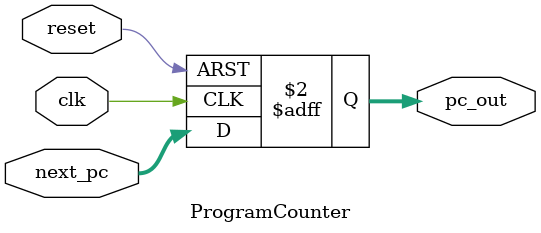
<source format=v>
module ProgramCounter(
    input clk,
    input reset,
    input [31:0] next_pc,  // Address of the next instruction
    output reg [31:0] pc_out  // Current PC value
);
    always @(posedge clk or posedge reset) begin
        if (reset)
            pc_out <= 0;  // Reset to initial PC value
        else
            pc_out <= next_pc;  // Load the next PC value
    end
endmodule

</source>
